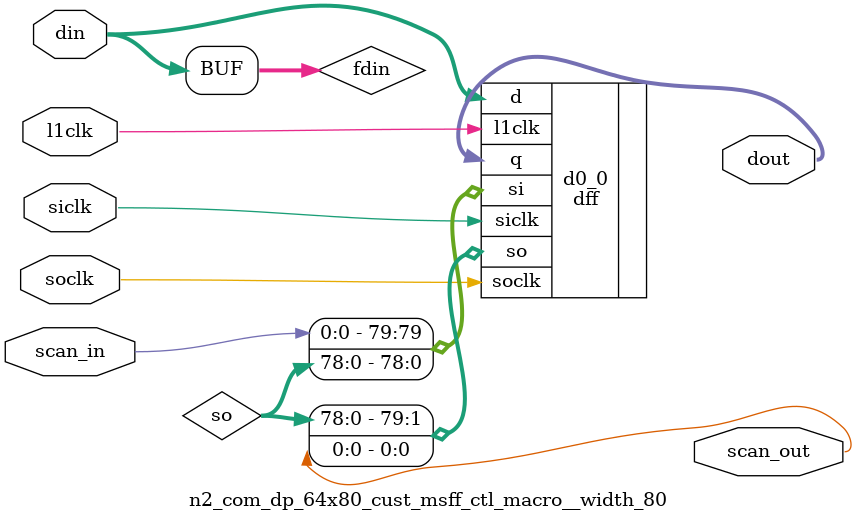
<source format=v>
`define OUTFLOP_n2_com_dp_64x80_cust  TRUE		



module n2_com_dp_64x80_cust (
  wr_adr, 
  wr_en, 
  rd_adr, 
  rd_en, 
  din, 
  dout, 
  rdclk, 
  wrclk, 
  scan_in, 
  tcu_pce_ov, 
  tcu_aclk, 
  tcu_bclk, 
  tcu_array_wr_inhibit, 
  tcu_se_scancollar_in, 
  tcu_se_scancollar_out, 
  bist_clk_mux_sel, 
  rd_pce, 
  wr_pce, 
  scan_out);
wire rd_lce;
wire wr_lce;
wire rdclk_in;
wire wrclk_in;
wire rdclk_free;
wire wrclk_free;
wire rdclk_out;
wire dff_wr_addr_scanin;
wire dff_wr_addr_scanout;
wire [5:0] wr_adr_d1;
wire [5:1] dff_rd_addr_scan;
wire dff_rd_addr_scanin;
wire dff_rd_addr_scanout;
wire [5:0] rd_adr_d1;
wire [5:0] rd_adr_mq_l_unused;
wire [5:0] rd_adr_q_unused;
wire [5:0] rd_adr_q_l_unused;
wire dff_rd_en_scanin;
wire dff_rd_en_scanout;
wire rd_en_d1;
wire rd_en_mq_l_unused;
wire rd_en_q_unused;
wire rd_en_q_l_unused;
wire dff_wr_en_scanin;
wire dff_wr_en_scanout;
wire wr_en_d1;
wire [39:1] dff_din_hi_scan;
wire dff_din_hi_scanin;
wire dff_din_hi_scanout;
wire [79:0] din_d1;
wire [39:1] dff_din_lo_scan;
wire dff_din_lo_scanin;
wire dff_din_lo_scanout;
wire wr_inh_;
wire rd_en_d1_qual;
wire wr_en_d1_qual;
wire [79:0] local_dout;
wire dff_dout_scanin;
wire dff_dout_scanout;
		
input	[5:0]	wr_adr;
input			wr_en;
input	[5:0]	rd_adr;
input			rd_en;
input	[79:0] 	din;
output	[79:0]	dout;
input		rdclk;
input		wrclk;
input		scan_in;
input		tcu_pce_ov;
input		tcu_aclk;
input		tcu_bclk;
input		tcu_array_wr_inhibit;
input		tcu_se_scancollar_in;

input		tcu_se_scancollar_out;

input		bist_clk_mux_sel;
input		rd_pce;
input		wr_pce;
output		scan_out;

// synopsys translate_off

wire pce_ov	= tcu_pce_ov;
wire siclk	= tcu_aclk;
wire soclk	= tcu_bclk;
//================================================
// Clock headers
//================================================
cl_mc1_bistlatch_4x rd_pce_lat (
	.l2clk	(rdclk),
	.pce	(rd_pce),
	.pce_ov	(pce_ov),
	.lce	(rd_lce)
);
cl_mc1_bistlatch_4x wr_pce_lat (
	.l2clk	(wrclk),
	.pce	(wr_pce),
	.pce_ov	(pce_ov),
	.lce	(wr_lce)
);
cl_mc1_bistl1hdr_8x rch_in (
        .l2clk  (rdclk), 
        .se     (tcu_se_scancollar_in),
	.clksel	(bist_clk_mux_sel),
	.bistclk(rdclk),
	.lce	(rd_lce),
        .l1clk  (rdclk_in)
);
cl_mc1_bistl1hdr_8x wch_in (
        .l2clk  (wrclk), 
        .se     (tcu_se_scancollar_in),
	.clksel	(bist_clk_mux_sel),
	.bistclk(rdclk),
	.lce	(wr_lce),
        .l1clk  (wrclk_in)
);
cl_mc1_bistl1hdr_8x rch_free (
        .l2clk  (rdclk), 
        .se     (1'b0),
	.clksel	(bist_clk_mux_sel),
	.bistclk(rdclk),
	.lce	(rd_lce),
        .l1clk  (rdclk_free)
);
cl_mc1_bistl1hdr_8x wch_free (
        .l2clk  (wrclk), 
        .se     (1'b0),
	.clksel	(bist_clk_mux_sel),
	.bistclk(rdclk),
	.lce	(wr_lce),
        .l1clk  (wrclk_free)
);

cl_mc1_bistl1hdr_8x rch_out (
        .l2clk  (rdclk), 
        .se     (tcu_se_scancollar_out),
	.clksel	(bist_clk_mux_sel),
	.bistclk(rdclk),
	.lce	(rd_lce),
        .l1clk  (rdclk_out)
);

///////////////////////////////////////////////////////////////
// Flop the inputs                                           //
///////////////////////////////////////////////////////////////
n2_com_dp_64x80_cust_msff_ctl_macro__width_6 dff_wr_addr  (
	.scan_in	(dff_wr_addr_scanin),
	.scan_out	(dff_wr_addr_scanout),
	.l1clk		(wrclk_in),
	.din		(wr_adr[5:0]),
	.dout		(wr_adr_d1[5:0]),
  .siclk(siclk),
  .soclk(soclk)
);
n2_com_dp_64x80_cust_sram_msff_mo_macro__fs_1__width_6 dff_rd_addr   (
	.scan_in	({dff_rd_addr_scan[5:1],dff_rd_addr_scanin}),
	.scan_out	({dff_rd_addr_scanout,dff_rd_addr_scan[5:1]}),
	.l1clk		(rdclk_in),
	.and_clk	(rdclk_in),
	.d		(rd_adr[5:0]),
	.mq		(rd_adr_d1[5:0]),
	.mq_l		(rd_adr_mq_l_unused[5:0]),
	.q		(rd_adr_q_unused[5:0]),
	.q_l		(rd_adr_q_l_unused[5:0]),
  .siclk(siclk),
  .soclk(soclk)
);
n2_com_dp_64x80_cust_sram_msff_mo_macro__width_1 dff_rd_en  (
	.scan_in	(dff_rd_en_scanin),
	.scan_out	(dff_rd_en_scanout),
	.l1clk		(rdclk_in),
	.and_clk	(rdclk_in),
	.d		(rd_en),
	.mq		(rd_en_d1),
	.mq_l		(rd_en_mq_l_unused),
	.q		(rd_en_q_unused),
	.q_l		(rd_en_q_l_unused),
  .siclk(siclk),
  .soclk(soclk)
);
n2_com_dp_64x80_cust_msff_ctl_macro__width_1 dff_wr_en  (
	.scan_in	(dff_wr_en_scanin),
	.scan_out	(dff_wr_en_scanout),
	.l1clk		(wrclk_in),
	.din		(wr_en),
	.dout		(wr_en_d1),
  .siclk(siclk),
  .soclk(soclk)
);
n2_com_dp_64x80_cust_msff_ctl_macro__fs_1__width_40 dff_din_hi   (
	.scan_in	({dff_din_hi_scan[39:1],dff_din_hi_scanin}),
	.scan_out	({dff_din_hi_scanout,dff_din_hi_scan[39:1]}),
	.l1clk		(wrclk_in),
	.din		(din[79:40]),
	.dout		(din_d1[79:40]),
  .siclk(siclk),
  .soclk(soclk)
);
n2_com_dp_64x80_cust_msff_ctl_macro__fs_1__width_40 dff_din_lo   (
	.scan_in	({dff_din_lo_scan[39:1],dff_din_lo_scanin}),
	.scan_out	({dff_din_lo_scanout,dff_din_lo_scan[39:1]}),
	.l1clk		(wrclk_in),
	.din		(din[39:0]),
	.dout		(din_d1[39:0]),
  .siclk(siclk),
  .soclk(soclk)
);
n2_com_dp_64x80_cust_inv_macro__width_1 wr_inh_inv  (
	.din		(tcu_array_wr_inhibit),
	.dout		(wr_inh_)
);
n2_com_dp_64x80_cust_and_macro__width_2 enable_qual  (
	.din0		({2{wr_inh_}}),
	.din1		({rd_en_d1,wr_en_d1}),
	.dout		({rd_en_d1_qual,wr_en_d1_qual})
);
n2_com_dp_64x80_cust_n2_com_array_macro__rows_64__width_80__z_array array    (
	.rclk	(rdclk_free),
	.wclk	(wrclk_free),
	.wr_adr (wr_adr_d1[5:0]),
	.wr_en	(wr_en_d1_qual),
	.rd_adr (rd_adr_d1[5:0]),
	.rd_en	(rd_en_d1_qual),
	.din	(din_d1[79:0]),
	.dout	(local_dout[79:0])
);

n2_com_dp_64x80_cust_msff_ctl_macro__width_80 dff_dout  (
	.scan_in	(dff_dout_scanin),
	.scan_out	(dff_dout_scanout),
	.l1clk		(rdclk_out),
	.din		(local_dout[79:0]),
	.dout		(dout[79:0]),
  .siclk(siclk),
  .soclk(soclk)
);


supply0 vss;
supply1 vdd;

// fixscan start:
assign dff_wr_addr_scanin         = scan_in                  ;
assign dff_rd_addr_scanin         = dff_wr_addr_scanout      ;
assign dff_wr_en_scanin           = dff_rd_addr_scanout      ;
assign dff_rd_en_scanin           = dff_wr_en_scanout        ;
assign dff_din_lo_scanin          = dff_rd_en_scanout        ;
assign dff_din_hi_scanin          = dff_din_lo_scanout       ;
assign dff_dout_scanin            = dff_din_hi_scanout       ;
assign scan_out                   = dff_dout_scanout         ;
// fixscan end:

// synopsys translate_on

endmodule







// any PARAMS parms go into naming of macro

module n2_com_dp_64x80_cust_msff_ctl_macro__width_6 (
  din, 
  l1clk, 
  scan_in, 
  siclk, 
  soclk, 
  dout, 
  scan_out);
wire [5:0] fdin;
wire [4:0] so;

  input [5:0] din;
  input l1clk;
  input scan_in;


  input siclk;
  input soclk;

  output [5:0] dout;
  output scan_out;
assign fdin[5:0] = din[5:0];






dff #(6)  d0_0 (
.l1clk(l1clk),
.siclk(siclk),
.soclk(soclk),
.d(fdin[5:0]),
.si({scan_in,so[4:0]}),
.so({so[4:0],scan_out}),
.q(dout[5:0])
);












endmodule









//
//   macro for cl_mc1_sram_msff_mo_{16,8,4}x flops
//
//





module n2_com_dp_64x80_cust_sram_msff_mo_macro__fs_1__width_6 (
  d, 
  scan_in, 
  l1clk, 
  and_clk, 
  siclk, 
  soclk, 
  mq, 
  mq_l, 
  scan_out, 
  q, 
  q_l);
input [5:0] d;
  input [5:0] scan_in;
input l1clk;
input and_clk;
input siclk;
input soclk;
output [5:0] mq;
output [5:0] mq_l;
  output [5:0] scan_out;
output [5:0] q;
output [5:0] q_l;






new_dlata #(6)  d0_0 (
.d(d[5:0]),
.si(scan_in[5:0]),
.so(scan_out[5:0]),
.l1clk(l1clk),
.and_clk(and_clk),
.siclk(siclk),
.soclk(soclk),
.q(q[5:0]),
.q_l(q_l[5:0]),
.mq(mq[5:0]),
.mq_l(mq_l[5:0])
);










//place::generic_place($width,$stack,$left);

endmodule





//
//   macro for cl_mc1_sram_msff_mo_{16,8,4}x flops
//
//





module n2_com_dp_64x80_cust_sram_msff_mo_macro__width_1 (
  d, 
  scan_in, 
  l1clk, 
  and_clk, 
  siclk, 
  soclk, 
  mq, 
  mq_l, 
  scan_out, 
  q, 
  q_l);
input [0:0] d;
  input scan_in;
input l1clk;
input and_clk;
input siclk;
input soclk;
output [0:0] mq;
output [0:0] mq_l;
  output scan_out;
output [0:0] q;
output [0:0] q_l;






new_dlata #(1)  d0_0 (
.d(d[0:0]),
.si(scan_in),
.so(scan_out),
.l1clk(l1clk),
.and_clk(and_clk),
.siclk(siclk),
.soclk(soclk),
.q(q[0:0]),
.q_l(q_l[0:0]),
.mq(mq[0:0]),
.mq_l(mq_l[0:0])
);










//place::generic_place($width,$stack,$left);

endmodule









// any PARAMS parms go into naming of macro

module n2_com_dp_64x80_cust_msff_ctl_macro__width_1 (
  din, 
  l1clk, 
  scan_in, 
  siclk, 
  soclk, 
  dout, 
  scan_out);
wire [0:0] fdin;

  input [0:0] din;
  input l1clk;
  input scan_in;


  input siclk;
  input soclk;

  output [0:0] dout;
  output scan_out;
assign fdin[0:0] = din[0:0];






dff #(1)  d0_0 (
.l1clk(l1clk),
.siclk(siclk),
.soclk(soclk),
.d(fdin[0:0]),
.si(scan_in),
.so(scan_out),
.q(dout[0:0])
);












endmodule













// any PARAMS parms go into naming of macro

module n2_com_dp_64x80_cust_msff_ctl_macro__fs_1__width_40 (
  din, 
  l1clk, 
  scan_in, 
  siclk, 
  soclk, 
  dout, 
  scan_out);
wire [39:0] fdin;

  input [39:0] din;
  input l1clk;
  input [39:0] scan_in;


  input siclk;
  input soclk;

  output [39:0] dout;
  output [39:0] scan_out;
assign fdin[39:0] = din[39:0];






dff #(40)  d0_0 (
.l1clk(l1clk),
.siclk(siclk),
.soclk(soclk),
.d(fdin[39:0]),
.si(scan_in[39:0]),
.so(scan_out[39:0]),
.q(dout[39:0])
);












endmodule









//
//   invert macro
//
//





module n2_com_dp_64x80_cust_inv_macro__width_1 (
  din, 
  dout);
  input [0:0] din;
  output [0:0] dout;






inv #(1)  d0_0 (
.in(din[0:0]),
.out(dout[0:0])
);









endmodule





//  
//   and macro for ports = 2,3,4
//
//





module n2_com_dp_64x80_cust_and_macro__width_2 (
  din0, 
  din1, 
  dout);
  input [1:0] din0;
  input [1:0] din1;
  output [1:0] dout;






and2 #(2)  d0_0 (
.in0(din0[1:0]),
.in1(din1[1:0]),
.out(dout[1:0])
);









endmodule










module n2_com_dp_64x80_cust_n2_com_array_macro__rows_64__width_80__z_array (
  rclk, 
  wclk, 
  rd_adr, 
  rd_en, 
  wr_en, 
  wr_adr, 
  din, 
  dout);

input		rclk;
input		wclk;
input	[5:0]	rd_adr;
input		rd_en;
input		wr_en;
input	[5:0]	wr_adr;
input	[80-1:0]	din;
output	[80-1:0]	dout; 



reg	[80-1:0]	mem[64-1:0];
reg	[80-1:0]	local_dout;

`ifndef NOINITMEM
// Emulate reset
integer i;
initial begin
 for (i=0; i<64; i=i+1) begin
   mem[i] = 80'b0;
 end
 local_dout = 80'b0;
end
`endif
//////////////////////
// Read/write array
//////////////////////
always @(negedge wclk) begin
   if (wr_en) begin
       mem[wr_adr] <= din;


   end
end
always @(rclk or rd_en or wr_en or rd_adr or wr_adr) begin
   if (rclk) begin
     if (rd_en) begin
         if (wr_en & (wr_adr[5:0] == rd_adr[5:0]))
             local_dout[80-1:0] <= 80'hx;
         else
             local_dout[80-1:0] <= mem[rd_adr] ;
     end
     else
             local_dout[80-1:0] <= ~(80'h0);
  end
end
assign dout[80-1:0] = local_dout[80-1:0];
supply0 vss;
supply1 vdd;




endmodule 






// any PARAMS parms go into naming of macro

module n2_com_dp_64x80_cust_msff_ctl_macro__width_80 (
  din, 
  l1clk, 
  scan_in, 
  siclk, 
  soclk, 
  dout, 
  scan_out);
wire [79:0] fdin;
wire [78:0] so;

  input [79:0] din;
  input l1clk;
  input scan_in;


  input siclk;
  input soclk;

  output [79:0] dout;
  output scan_out;
assign fdin[79:0] = din[79:0];






dff #(80)  d0_0 (
.l1clk(l1clk),
.siclk(siclk),
.soclk(soclk),
.d(fdin[79:0]),
.si({scan_in,so[78:0]}),
.so({so[78:0],scan_out}),
.q(dout[79:0])
);












endmodule









</source>
